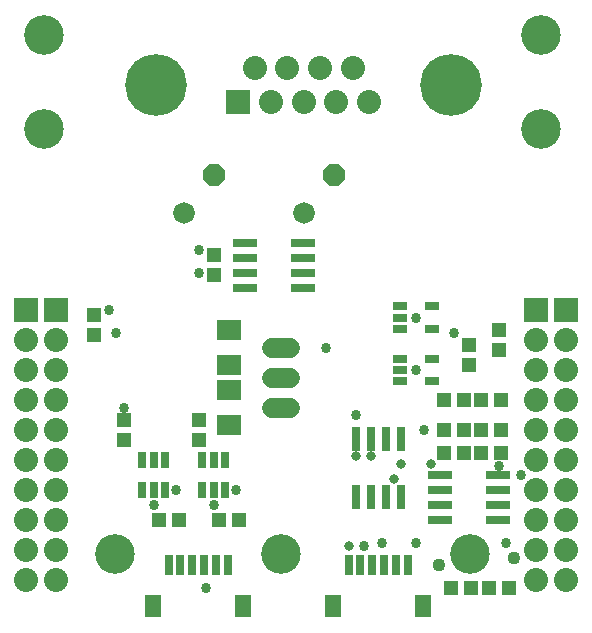
<source format=gbr>
G04 EAGLE Gerber X2 export*
%TF.Part,Single*%
%TF.FileFunction,Soldermask,Top,1*%
%TF.FilePolarity,Negative*%
%TF.GenerationSoftware,Autodesk,EAGLE,9.0.0*%
%TF.CreationDate,2018-07-03T14:12:15Z*%
G75*
%MOMM*%
%FSLAX34Y34*%
%LPD*%
%AMOC8*
5,1,8,0,0,1.08239X$1,22.5*%
G01*
%ADD10C,3.352400*%
%ADD11R,2.032000X2.032000*%
%ADD12C,2.032000*%
%ADD13C,5.232400*%
%ADD14R,2.133600X0.711200*%
%ADD15P,1.979475X8X202.500000*%
%ADD16R,1.152400X1.252400*%
%ADD17R,0.702400X1.352400*%
%ADD18R,1.252400X1.152400*%
%ADD19R,1.152400X0.752400*%
%ADD20C,1.676400*%
%ADD21R,0.711200X2.133600*%
%ADD22R,2.152400X1.652400*%
%ADD23R,0.752400X1.702400*%
%ADD24R,1.352400X1.952400*%
%ADD25C,1.828800*%
%ADD26C,0.858000*%
%ADD27C,1.108000*%
%ADD28C,0.838200*%


D10*
X120000Y60000D03*
X260000Y60000D03*
X420000Y60000D03*
X60000Y500000D03*
X480000Y500000D03*
X60000Y420000D03*
X480000Y420000D03*
D11*
X44450Y266700D03*
D12*
X44450Y241300D03*
X44450Y215900D03*
X44450Y190500D03*
X44450Y165100D03*
X44450Y139700D03*
X44450Y114300D03*
X44450Y88900D03*
X44450Y63500D03*
X44450Y38100D03*
D11*
X69850Y266700D03*
D12*
X69850Y241300D03*
X69850Y215900D03*
X69850Y190500D03*
X69850Y165100D03*
X69850Y139700D03*
X69850Y114300D03*
X69850Y88900D03*
X69850Y63500D03*
X69850Y38100D03*
D11*
X476250Y266700D03*
D12*
X476250Y241300D03*
X476250Y215900D03*
X476250Y190500D03*
X476250Y165100D03*
X476250Y139700D03*
X476250Y114300D03*
X476250Y88900D03*
X476250Y63500D03*
X476250Y38100D03*
D11*
X501650Y266700D03*
D12*
X501650Y241300D03*
X501650Y215900D03*
X501650Y190500D03*
X501650Y165100D03*
X501650Y139700D03*
X501650Y114300D03*
X501650Y88900D03*
X501650Y63500D03*
X501650Y38100D03*
D11*
X224000Y443000D03*
D12*
X251700Y443000D03*
X279400Y443000D03*
X307100Y443000D03*
X334800Y443000D03*
X237900Y471400D03*
X265600Y471400D03*
X293200Y471400D03*
X320900Y471400D03*
D13*
X154400Y457200D03*
X404400Y457200D03*
D14*
X229362Y323850D03*
X229362Y311150D03*
X229362Y298450D03*
X229362Y285750D03*
X278638Y285750D03*
X278638Y298450D03*
X278638Y311150D03*
X278638Y323850D03*
D15*
X304800Y381000D03*
X203200Y381000D03*
D16*
X203200Y296300D03*
X203200Y313300D03*
X101600Y245500D03*
X101600Y262500D03*
D17*
X161900Y140001D03*
X152400Y140001D03*
X142900Y140001D03*
X142900Y113999D03*
X161900Y113999D03*
X152400Y113999D03*
X212700Y140001D03*
X203200Y140001D03*
X193700Y140001D03*
X193700Y113999D03*
X212700Y113999D03*
X203200Y113999D03*
D16*
X444500Y232800D03*
X444500Y249800D03*
X419100Y220100D03*
X419100Y237100D03*
X190500Y156600D03*
X190500Y173600D03*
X127000Y156600D03*
X127000Y173600D03*
D18*
X207400Y88900D03*
X224400Y88900D03*
X156600Y88900D03*
X173600Y88900D03*
D19*
X360900Y269850D03*
X360900Y260350D03*
X360900Y250850D03*
X388400Y250850D03*
X388400Y269850D03*
X360900Y225400D03*
X360900Y215900D03*
X360900Y206400D03*
X388400Y206400D03*
X388400Y225400D03*
D20*
X267970Y234950D02*
X252730Y234950D01*
X252730Y209550D02*
X267970Y209550D01*
X267970Y184150D02*
X252730Y184150D01*
D16*
X446650Y146050D03*
X429650Y146050D03*
X446650Y165100D03*
X429650Y165100D03*
X446650Y190500D03*
X429650Y190500D03*
X414900Y190500D03*
X397900Y190500D03*
X414900Y165100D03*
X397900Y165100D03*
X414900Y146050D03*
X397900Y146050D03*
D21*
X323850Y108712D03*
X336550Y108712D03*
X349250Y108712D03*
X361950Y108712D03*
X361950Y157988D03*
X349250Y157988D03*
X336550Y157988D03*
X323850Y157988D03*
D14*
X394462Y127000D03*
X394462Y114300D03*
X394462Y101600D03*
X394462Y88900D03*
X443738Y88900D03*
X443738Y101600D03*
X443738Y114300D03*
X443738Y127000D03*
D22*
X215900Y249950D03*
X215900Y219950D03*
X215900Y169150D03*
X215900Y199150D03*
D16*
X436000Y31750D03*
X453000Y31750D03*
X404250Y31750D03*
X421250Y31750D03*
D23*
X165100Y50800D03*
X175100Y50800D03*
X185100Y50800D03*
X195100Y50800D03*
X205100Y50800D03*
X215100Y50800D03*
D24*
X152100Y15850D03*
X228100Y15850D03*
D23*
X317500Y50800D03*
X327500Y50800D03*
X337500Y50800D03*
X347500Y50800D03*
X357500Y50800D03*
X367500Y50800D03*
D24*
X304500Y15850D03*
X380500Y15850D03*
D25*
X177800Y349250D03*
X279400Y349250D03*
D26*
X444500Y134846D03*
X374650Y260350D03*
X374650Y215900D03*
X190500Y317500D03*
X127000Y184150D03*
X152400Y101600D03*
X203200Y101600D03*
D27*
X393700Y50800D03*
D26*
X196850Y31750D03*
X120650Y247650D03*
X171450Y114300D03*
X222250Y114300D03*
X406400Y247650D03*
X298450Y234950D03*
X114300Y266700D03*
X463550Y127000D03*
X323850Y177800D03*
X190500Y298450D03*
X330200Y66675D03*
D28*
X317500Y66675D03*
X323850Y142875D03*
X361950Y136525D03*
X336550Y142875D03*
X387350Y136525D03*
X355600Y123825D03*
D26*
X346075Y69850D03*
X381000Y165100D03*
D27*
X457200Y57150D03*
D26*
X374650Y69850D03*
X450850Y69850D03*
M02*

</source>
